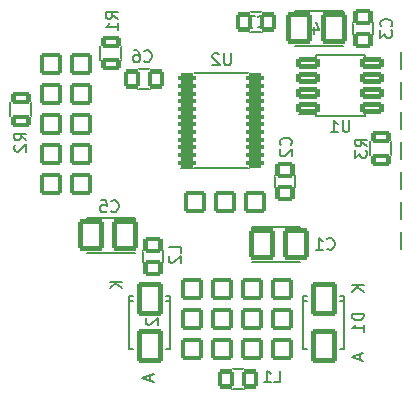
<source format=gbr>
%TF.GenerationSoftware,KiCad,Pcbnew,(5.99.0-10394-g2e15de97e0)*%
%TF.CreationDate,2021-05-18T08:19:53+02:00*%
%TF.ProjectId,BRIDGEADC01A,42524944-4745-4414-9443-3031412e6b69,REV*%
%TF.SameCoordinates,Original*%
%TF.FileFunction,Legend,Bot*%
%TF.FilePolarity,Positive*%
%FSLAX46Y46*%
G04 Gerber Fmt 4.6, Leading zero omitted, Abs format (unit mm)*
G04 Created by KiCad (PCBNEW (5.99.0-10394-g2e15de97e0)) date 2021-05-18 08:19:53*
%MOMM*%
%LPD*%
G01*
G04 APERTURE LIST*
G04 Aperture macros list*
%AMRoundRect*
0 Rectangle with rounded corners*
0 $1 Rounding radius*
0 $2 $3 $4 $5 $6 $7 $8 $9 X,Y pos of 4 corners*
0 Add a 4 corners polygon primitive as box body*
4,1,4,$2,$3,$4,$5,$6,$7,$8,$9,$2,$3,0*
0 Add four circle primitives for the rounded corners*
1,1,$1+$1,$2,$3*
1,1,$1+$1,$4,$5*
1,1,$1+$1,$6,$7*
1,1,$1+$1,$8,$9*
0 Add four rect primitives between the rounded corners*
20,1,$1+$1,$2,$3,$4,$5,0*
20,1,$1+$1,$4,$5,$6,$7,0*
20,1,$1+$1,$6,$7,$8,$9,0*
20,1,$1+$1,$8,$9,$2,$3,0*%
G04 Aperture macros list end*
%ADD10C,0.150000*%
%ADD11RoundRect,0.200000X-0.762000X-0.762000X0.762000X-0.762000X0.762000X0.762000X-0.762000X0.762000X0*%
%ADD12RoundRect,0.200000X-0.900000X-1.115000X0.900000X-1.115000X0.900000X1.115000X-0.900000X1.115000X0*%
%ADD13RoundRect,0.200000X-0.625000X0.500000X-0.625000X-0.500000X0.625000X-0.500000X0.625000X0.500000X0*%
%ADD14RoundRect,0.200000X0.625000X-0.500000X0.625000X0.500000X-0.625000X0.500000X-0.625000X-0.500000X0*%
%ADD15RoundRect,0.200000X0.500000X0.625000X-0.500000X0.625000X-0.500000X-0.625000X0.500000X-0.625000X0*%
%ADD16RoundRect,0.200000X-0.900430X1.249680X-0.900430X-1.249680X0.900430X-1.249680X0.900430X1.249680X0*%
%ADD17RoundRect,0.200000X0.762000X0.762000X-0.762000X0.762000X-0.762000X-0.762000X0.762000X-0.762000X0*%
%ADD18RoundRect,0.200000X0.762000X-0.762000X0.762000X0.762000X-0.762000X0.762000X-0.762000X-0.762000X0*%
%ADD19RoundRect,0.200000X-0.762000X0.762000X-0.762000X-0.762000X0.762000X-0.762000X0.762000X0.762000X0*%
%ADD20RoundRect,0.200000X-0.500000X-0.625000X0.500000X-0.625000X0.500000X0.625000X-0.500000X0.625000X0*%
%ADD21C,6.400000*%
%ADD22RoundRect,0.200000X-0.650000X0.350000X-0.650000X-0.350000X0.650000X-0.350000X0.650000X0.350000X0*%
%ADD23RoundRect,0.200000X0.650000X-0.350000X0.650000X0.350000X-0.650000X0.350000X-0.650000X-0.350000X0*%
%ADD24RoundRect,0.200000X-0.775000X-0.300000X0.775000X-0.300000X0.775000X0.300000X-0.775000X0.300000X0*%
%ADD25RoundRect,0.200000X-0.550000X-0.200000X0.550000X-0.200000X0.550000X0.200000X-0.550000X0.200000X0*%
%ADD26C,1.901140*%
%ADD27RoundRect,0.200000X0.900000X1.115000X-0.900000X1.115000X-0.900000X-1.115000X0.900000X-1.115000X0*%
G04 APERTURE END LIST*
D10*
%TO.C,C1*%
X147725666Y-102149142D02*
X147773285Y-102196761D01*
X147916142Y-102244380D01*
X148011380Y-102244380D01*
X148154238Y-102196761D01*
X148249476Y-102101523D01*
X148297095Y-102006285D01*
X148344714Y-101815809D01*
X148344714Y-101672952D01*
X148297095Y-101482476D01*
X148249476Y-101387238D01*
X148154238Y-101292000D01*
X148011380Y-101244380D01*
X147916142Y-101244380D01*
X147773285Y-101292000D01*
X147725666Y-101339619D01*
X146773285Y-102244380D02*
X147344714Y-102244380D01*
X147059000Y-102244380D02*
X147059000Y-101244380D01*
X147154238Y-101387238D01*
X147249476Y-101482476D01*
X147344714Y-101530095D01*
%TO.C,C2*%
X144614142Y-93370333D02*
X144661761Y-93322714D01*
X144709380Y-93179857D01*
X144709380Y-93084619D01*
X144661761Y-92941761D01*
X144566523Y-92846523D01*
X144471285Y-92798904D01*
X144280809Y-92751285D01*
X144137952Y-92751285D01*
X143947476Y-92798904D01*
X143852238Y-92846523D01*
X143757000Y-92941761D01*
X143709380Y-93084619D01*
X143709380Y-93179857D01*
X143757000Y-93322714D01*
X143804619Y-93370333D01*
X143804619Y-93751285D02*
X143757000Y-93798904D01*
X143709380Y-93894142D01*
X143709380Y-94132238D01*
X143757000Y-94227476D01*
X143804619Y-94275095D01*
X143899857Y-94322714D01*
X143995095Y-94322714D01*
X144137952Y-94275095D01*
X144709380Y-93703666D01*
X144709380Y-94322714D01*
%TO.C,C3*%
X153123142Y-83337333D02*
X153170761Y-83289714D01*
X153218380Y-83146857D01*
X153218380Y-83051619D01*
X153170761Y-82908761D01*
X153075523Y-82813523D01*
X152980285Y-82765904D01*
X152789809Y-82718285D01*
X152646952Y-82718285D01*
X152456476Y-82765904D01*
X152361238Y-82813523D01*
X152266000Y-82908761D01*
X152218380Y-83051619D01*
X152218380Y-83146857D01*
X152266000Y-83289714D01*
X152313619Y-83337333D01*
X152218380Y-83670666D02*
X152218380Y-84289714D01*
X152599333Y-83956380D01*
X152599333Y-84099238D01*
X152646952Y-84194476D01*
X152694571Y-84242095D01*
X152789809Y-84289714D01*
X153027904Y-84289714D01*
X153123142Y-84242095D01*
X153170761Y-84194476D01*
X153218380Y-84099238D01*
X153218380Y-83813523D01*
X153170761Y-83718285D01*
X153123142Y-83670666D01*
%TO.C,C6*%
X132231666Y-86274142D02*
X132279285Y-86321761D01*
X132422142Y-86369380D01*
X132517380Y-86369380D01*
X132660238Y-86321761D01*
X132755476Y-86226523D01*
X132803095Y-86131285D01*
X132850714Y-85940809D01*
X132850714Y-85797952D01*
X132803095Y-85607476D01*
X132755476Y-85512238D01*
X132660238Y-85417000D01*
X132517380Y-85369380D01*
X132422142Y-85369380D01*
X132279285Y-85417000D01*
X132231666Y-85464619D01*
X131374523Y-85369380D02*
X131565000Y-85369380D01*
X131660238Y-85417000D01*
X131707857Y-85464619D01*
X131803095Y-85607476D01*
X131850714Y-85797952D01*
X131850714Y-86178904D01*
X131803095Y-86274142D01*
X131755476Y-86321761D01*
X131660238Y-86369380D01*
X131469761Y-86369380D01*
X131374523Y-86321761D01*
X131326904Y-86274142D01*
X131279285Y-86178904D01*
X131279285Y-85940809D01*
X131326904Y-85845571D01*
X131374523Y-85797952D01*
X131469761Y-85750333D01*
X131660238Y-85750333D01*
X131755476Y-85797952D01*
X131803095Y-85845571D01*
X131850714Y-85940809D01*
%TO.C,D1*%
X150805380Y-107657904D02*
X149805380Y-107657904D01*
X149805380Y-107896000D01*
X149853000Y-108038857D01*
X149948238Y-108134095D01*
X150043476Y-108181714D01*
X150233952Y-108229333D01*
X150376809Y-108229333D01*
X150567285Y-108181714D01*
X150662523Y-108134095D01*
X150757761Y-108038857D01*
X150805380Y-107896000D01*
X150805380Y-107657904D01*
X150805380Y-109181714D02*
X150805380Y-108610285D01*
X150805380Y-108896000D02*
X149805380Y-108896000D01*
X149948238Y-108800761D01*
X150043476Y-108705523D01*
X150091095Y-108610285D01*
X150834380Y-105234095D02*
X149834380Y-105234095D01*
X150834380Y-105805523D02*
X150262952Y-105376952D01*
X149834380Y-105805523D02*
X150405809Y-105234095D01*
X150498666Y-111057904D02*
X150498666Y-111534095D01*
X150784380Y-110962666D02*
X149784380Y-111296000D01*
X150784380Y-111629333D01*
%TO.C,D2*%
X133357880Y-107084904D02*
X132357880Y-107084904D01*
X132357880Y-107323000D01*
X132405500Y-107465857D01*
X132500738Y-107561095D01*
X132595976Y-107608714D01*
X132786452Y-107656333D01*
X132929309Y-107656333D01*
X133119785Y-107608714D01*
X133215023Y-107561095D01*
X133310261Y-107465857D01*
X133357880Y-107323000D01*
X133357880Y-107084904D01*
X132453119Y-108037285D02*
X132405500Y-108084904D01*
X132357880Y-108180142D01*
X132357880Y-108418238D01*
X132405500Y-108513476D01*
X132453119Y-108561095D01*
X132548357Y-108608714D01*
X132643595Y-108608714D01*
X132786452Y-108561095D01*
X133357880Y-107989666D01*
X133357880Y-108608714D01*
X130358380Y-104959095D02*
X129358380Y-104959095D01*
X130358380Y-105530523D02*
X129786952Y-105101952D01*
X129358380Y-105530523D02*
X129929809Y-104959095D01*
X132739666Y-112856904D02*
X132739666Y-113333095D01*
X133025380Y-112761666D02*
X132025380Y-113095000D01*
X133025380Y-113428333D01*
%TO.C,L1*%
X143232166Y-113482380D02*
X143708357Y-113482380D01*
X143708357Y-112482380D01*
X142375023Y-113482380D02*
X142946452Y-113482380D01*
X142660738Y-113482380D02*
X142660738Y-112482380D01*
X142755976Y-112625238D01*
X142851214Y-112720476D01*
X142946452Y-112768095D01*
%TO.C,L2*%
X135311380Y-102514333D02*
X135311380Y-102038142D01*
X134311380Y-102038142D01*
X134406619Y-102800047D02*
X134359000Y-102847666D01*
X134311380Y-102942904D01*
X134311380Y-103181000D01*
X134359000Y-103276238D01*
X134406619Y-103323857D01*
X134501857Y-103371476D01*
X134597095Y-103371476D01*
X134739952Y-103323857D01*
X135311380Y-102752428D01*
X135311380Y-103371476D01*
%TO.C,R1*%
X129977380Y-82702333D02*
X129501190Y-82369000D01*
X129977380Y-82130904D02*
X128977380Y-82130904D01*
X128977380Y-82511857D01*
X129025000Y-82607095D01*
X129072619Y-82654714D01*
X129167857Y-82702333D01*
X129310714Y-82702333D01*
X129405952Y-82654714D01*
X129453571Y-82607095D01*
X129501190Y-82511857D01*
X129501190Y-82130904D01*
X129977380Y-83654714D02*
X129977380Y-83083285D01*
X129977380Y-83369000D02*
X128977380Y-83369000D01*
X129120238Y-83273761D01*
X129215476Y-83178523D01*
X129263095Y-83083285D01*
%TO.C,R2*%
X122230380Y-92989333D02*
X121754190Y-92656000D01*
X122230380Y-92417904D02*
X121230380Y-92417904D01*
X121230380Y-92798857D01*
X121278000Y-92894095D01*
X121325619Y-92941714D01*
X121420857Y-92989333D01*
X121563714Y-92989333D01*
X121658952Y-92941714D01*
X121706571Y-92894095D01*
X121754190Y-92798857D01*
X121754190Y-92417904D01*
X121325619Y-93370285D02*
X121278000Y-93417904D01*
X121230380Y-93513142D01*
X121230380Y-93751238D01*
X121278000Y-93846476D01*
X121325619Y-93894095D01*
X121420857Y-93941714D01*
X121516095Y-93941714D01*
X121658952Y-93894095D01*
X122230380Y-93322666D01*
X122230380Y-93941714D01*
%TO.C,R3*%
X151074380Y-93497333D02*
X150598190Y-93164000D01*
X151074380Y-92925904D02*
X150074380Y-92925904D01*
X150074380Y-93306857D01*
X150122000Y-93402095D01*
X150169619Y-93449714D01*
X150264857Y-93497333D01*
X150407714Y-93497333D01*
X150502952Y-93449714D01*
X150550571Y-93402095D01*
X150598190Y-93306857D01*
X150598190Y-92925904D01*
X150074380Y-93830666D02*
X150074380Y-94449714D01*
X150455333Y-94116380D01*
X150455333Y-94259238D01*
X150502952Y-94354476D01*
X150550571Y-94402095D01*
X150645809Y-94449714D01*
X150883904Y-94449714D01*
X150979142Y-94402095D01*
X151026761Y-94354476D01*
X151074380Y-94259238D01*
X151074380Y-93973523D01*
X151026761Y-93878285D01*
X150979142Y-93830666D01*
%TO.C,U1*%
X149590904Y-91282380D02*
X149590904Y-92091904D01*
X149543285Y-92187142D01*
X149495666Y-92234761D01*
X149400428Y-92282380D01*
X149209952Y-92282380D01*
X149114714Y-92234761D01*
X149067095Y-92187142D01*
X149019476Y-92091904D01*
X149019476Y-91282380D01*
X148019476Y-92282380D02*
X148590904Y-92282380D01*
X148305190Y-92282380D02*
X148305190Y-91282380D01*
X148400428Y-91425238D01*
X148495666Y-91520476D01*
X148590904Y-91568095D01*
%TO.C,U2*%
X139557904Y-85623380D02*
X139557904Y-86432904D01*
X139510285Y-86528142D01*
X139462666Y-86575761D01*
X139367428Y-86623380D01*
X139176952Y-86623380D01*
X139081714Y-86575761D01*
X139034095Y-86528142D01*
X138986476Y-86432904D01*
X138986476Y-85623380D01*
X138557904Y-85718619D02*
X138510285Y-85671000D01*
X138415047Y-85623380D01*
X138176952Y-85623380D01*
X138081714Y-85671000D01*
X138034095Y-85718619D01*
X137986476Y-85813857D01*
X137986476Y-85909095D01*
X138034095Y-86051952D01*
X138605523Y-86623380D01*
X137986476Y-86623380D01*
%TO.C,C4*%
X147423166Y-83923142D02*
X147470785Y-83970761D01*
X147613642Y-84018380D01*
X147708880Y-84018380D01*
X147851738Y-83970761D01*
X147946976Y-83875523D01*
X147994595Y-83780285D01*
X148042214Y-83589809D01*
X148042214Y-83446952D01*
X147994595Y-83256476D01*
X147946976Y-83161238D01*
X147851738Y-83066000D01*
X147708880Y-83018380D01*
X147613642Y-83018380D01*
X147470785Y-83066000D01*
X147423166Y-83113619D01*
X146566023Y-83351714D02*
X146566023Y-84018380D01*
X146804119Y-82970761D02*
X147042214Y-83685047D01*
X146423166Y-83685047D01*
%TO.C,C5*%
X129437666Y-98974142D02*
X129485285Y-99021761D01*
X129628142Y-99069380D01*
X129723380Y-99069380D01*
X129866238Y-99021761D01*
X129961476Y-98926523D01*
X130009095Y-98831285D01*
X130056714Y-98640809D01*
X130056714Y-98497952D01*
X130009095Y-98307476D01*
X129961476Y-98212238D01*
X129866238Y-98117000D01*
X129723380Y-98069380D01*
X129628142Y-98069380D01*
X129485285Y-98117000D01*
X129437666Y-98164619D01*
X128532904Y-98069380D02*
X129009095Y-98069380D01*
X129056714Y-98545571D01*
X129009095Y-98497952D01*
X128913857Y-98450333D01*
X128675761Y-98450333D01*
X128580523Y-98497952D01*
X128532904Y-98545571D01*
X128485285Y-98640809D01*
X128485285Y-98878904D01*
X128532904Y-98974142D01*
X128580523Y-99021761D01*
X128675761Y-99069380D01*
X128913857Y-99069380D01*
X129009095Y-99021761D01*
X129056714Y-98974142D01*
%TO.C,C7*%
X141898666Y-83351642D02*
X141946285Y-83399261D01*
X142089142Y-83446880D01*
X142184380Y-83446880D01*
X142327238Y-83399261D01*
X142422476Y-83304023D01*
X142470095Y-83208785D01*
X142517714Y-83018309D01*
X142517714Y-82875452D01*
X142470095Y-82684976D01*
X142422476Y-82589738D01*
X142327238Y-82494500D01*
X142184380Y-82446880D01*
X142089142Y-82446880D01*
X141946285Y-82494500D01*
X141898666Y-82542119D01*
X141565333Y-82446880D02*
X140898666Y-82446880D01*
X141327238Y-83446880D01*
%TO.C,C1*%
X145422000Y-100292000D02*
X141322000Y-100292000D01*
X145422000Y-103292000D02*
X141322000Y-103292000D01*
%TO.C,C2*%
X143280000Y-96958000D02*
X143280000Y-95958000D01*
X144980000Y-95958000D02*
X144980000Y-96958000D01*
%TO.C,C3*%
X151584000Y-83004000D02*
X151584000Y-84004000D01*
X149884000Y-84004000D02*
X149884000Y-83004000D01*
%TO.C,C6*%
X131692000Y-86972000D02*
X132692000Y-86972000D01*
X132692000Y-88672000D02*
X131692000Y-88672000D01*
%TO.C,D1*%
X149182060Y-106596860D02*
X148831540Y-106596860D01*
X145681940Y-106596860D02*
X146032460Y-106596860D01*
X149182060Y-110646440D02*
X148831540Y-110646440D01*
X149182060Y-106145560D02*
X148831540Y-106145560D01*
X145681940Y-106145560D02*
X146032460Y-106145560D01*
X145681940Y-110646440D02*
X146032460Y-110646440D01*
X149182060Y-106145560D02*
X149182060Y-110646440D01*
X145681940Y-106145560D02*
X145681940Y-110646440D01*
%TO.C,D2*%
X134450060Y-106596860D02*
X134099540Y-106596860D01*
X130949940Y-106596860D02*
X131300460Y-106596860D01*
X134450060Y-110646440D02*
X134099540Y-110646440D01*
X134450060Y-106145560D02*
X134099540Y-106145560D01*
X130949940Y-106145560D02*
X131300460Y-106145560D01*
X130949940Y-110646440D02*
X131300460Y-110646440D01*
X134450060Y-106145560D02*
X134450060Y-110646440D01*
X130949940Y-106145560D02*
X130949940Y-110646440D01*
%TO.C,L1*%
X140644500Y-114007000D02*
X139644500Y-114007000D01*
X139644500Y-112307000D02*
X140644500Y-112307000D01*
%TO.C,L2*%
X132104000Y-103308000D02*
X132104000Y-102308000D01*
X133804000Y-102308000D02*
X133804000Y-103308000D01*
%TO.C,R1*%
X130273000Y-86202000D02*
X130273000Y-85002000D01*
X128523000Y-85002000D02*
X128523000Y-86202000D01*
%TO.C,R2*%
X120903000Y-89762000D02*
X120903000Y-90962000D01*
X122653000Y-90962000D02*
X122653000Y-89762000D01*
%TO.C,R3*%
X151383000Y-93064000D02*
X151383000Y-94264000D01*
X153133000Y-94264000D02*
X153133000Y-93064000D01*
%TO.C,U1*%
X146754000Y-90905000D02*
X146754000Y-90760000D01*
X150904000Y-90905000D02*
X150904000Y-90760000D01*
X150904000Y-85755000D02*
X150904000Y-85900000D01*
X146754000Y-85755000D02*
X146754000Y-85900000D01*
X146754000Y-90905000D02*
X150904000Y-90905000D01*
X146754000Y-85755000D02*
X150904000Y-85755000D01*
X146754000Y-90760000D02*
X145354000Y-90760000D01*
%TO.C,U2*%
X136410001Y-95331534D02*
X136410001Y-95306534D01*
X141060001Y-95331534D02*
X141060001Y-95306534D01*
X141060001Y-87281534D02*
X141060001Y-87306534D01*
X136410001Y-87281534D02*
X136410001Y-87306534D01*
X136410001Y-95331534D02*
X141060001Y-95331534D01*
X136410001Y-87281534D02*
X141060001Y-87281534D01*
X136410001Y-95306534D02*
X135335001Y-95306534D01*
%TO.C,C4*%
X144997000Y-85004000D02*
X149097000Y-85004000D01*
X144997000Y-82004000D02*
X149097000Y-82004000D01*
%TO.C,C5*%
X127344000Y-102530000D02*
X131444000Y-102530000D01*
X127344000Y-99530000D02*
X131444000Y-99530000D01*
%TO.C,C7*%
X141168500Y-82081000D02*
X142168500Y-82081000D01*
X142168500Y-83781000D02*
X141168500Y-83781000D01*
%TD*%
%LPC*%
D11*
%TO.C,J5*%
X134033500Y-80202000D03*
X134033500Y-77662000D03*
%TD*%
D12*
%TO.C,C1*%
X145082000Y-101792000D03*
X142162000Y-101792000D03*
%TD*%
D13*
%TO.C,C2*%
X144130000Y-95458000D03*
X144130000Y-97458000D03*
%TD*%
D14*
%TO.C,C3*%
X150734000Y-84504000D03*
X150734000Y-82504000D03*
%TD*%
D15*
%TO.C,C6*%
X133192000Y-87822000D03*
X131192000Y-87822000D03*
%TD*%
D16*
%TO.C,D1*%
X147432000Y-106397020D03*
X147432000Y-110394980D03*
%TD*%
%TO.C,D2*%
X132700000Y-106397020D03*
X132700000Y-110394980D03*
%TD*%
D17*
%TO.C,J1*%
X143876000Y-110682000D03*
X141336000Y-110682000D03*
X143876000Y-108142000D03*
X141336000Y-108142000D03*
X143876000Y-105602000D03*
X141336000Y-105602000D03*
%TD*%
D18*
%TO.C,J2*%
X157338000Y-88838000D03*
X154798000Y-88838000D03*
%TD*%
%TO.C,J3*%
X157338000Y-86298000D03*
X154798000Y-86298000D03*
%TD*%
D11*
%TO.C,J4*%
X131493500Y-80202000D03*
X131493500Y-77662000D03*
%TD*%
%TO.C,J6*%
X136573500Y-80202000D03*
X136573500Y-77662000D03*
%TD*%
D17*
%TO.C,J7*%
X139113500Y-77662000D03*
X139113500Y-80202000D03*
%TD*%
%TO.C,J8*%
X146748500Y-77660500D03*
X146748500Y-80200500D03*
%TD*%
%TO.C,J9*%
X141653500Y-77662000D03*
X141653500Y-80202000D03*
%TD*%
D19*
%TO.C,J10*%
X136510000Y-98236000D03*
X139050000Y-98236000D03*
X141590000Y-98236000D03*
%TD*%
D18*
%TO.C,J11*%
X126858000Y-86552000D03*
X124318000Y-86552000D03*
%TD*%
%TO.C,J12*%
X126858000Y-89092000D03*
X124318000Y-89092000D03*
%TD*%
%TO.C,J13*%
X157338000Y-96458000D03*
X154798000Y-96458000D03*
%TD*%
%TO.C,J14*%
X157338000Y-93918000D03*
X154798000Y-93918000D03*
%TD*%
%TO.C,J15*%
X126858000Y-96712000D03*
X124318000Y-96712000D03*
%TD*%
%TO.C,J16*%
X157338000Y-101538000D03*
X154798000Y-101538000D03*
%TD*%
%TO.C,J17*%
X157338000Y-98998000D03*
X154798000Y-98998000D03*
%TD*%
%TO.C,J18*%
X157338000Y-91378000D03*
X154798000Y-91378000D03*
%TD*%
D11*
%TO.C,J19*%
X136256000Y-105602000D03*
X138796000Y-105602000D03*
X136256000Y-108142000D03*
X138796000Y-108142000D03*
X136256000Y-110682000D03*
X138796000Y-110682000D03*
%TD*%
D18*
%TO.C,J20*%
X126858000Y-94172000D03*
X124318000Y-94172000D03*
%TD*%
%TO.C,J21*%
X126858000Y-91632000D03*
X124318000Y-91632000D03*
%TD*%
D20*
%TO.C,L1*%
X139144500Y-113157000D03*
X141144500Y-113157000D03*
%TD*%
D13*
%TO.C,L2*%
X132954000Y-101808000D03*
X132954000Y-103808000D03*
%TD*%
D21*
%TO.C,M1*%
X155560000Y-79440000D03*
%TD*%
%TO.C,M2*%
X155560000Y-109920000D03*
%TD*%
%TO.C,M3*%
X125080000Y-79440000D03*
%TD*%
%TO.C,M4*%
X125080000Y-109920000D03*
%TD*%
D22*
%TO.C,R1*%
X129398000Y-84652000D03*
X129398000Y-86552000D03*
%TD*%
D23*
%TO.C,R2*%
X121778000Y-91312000D03*
X121778000Y-89412000D03*
%TD*%
%TO.C,R3*%
X152258000Y-94614000D03*
X152258000Y-92714000D03*
%TD*%
D24*
%TO.C,U1*%
X146129000Y-90235000D03*
X146129000Y-88965000D03*
X146129000Y-87695000D03*
X146129000Y-86425000D03*
X151529000Y-86425000D03*
X151529000Y-87695000D03*
X151529000Y-88965000D03*
X151529000Y-90235000D03*
%TD*%
D25*
%TO.C,U2*%
X135885001Y-94881534D03*
X135885001Y-94231534D03*
X135885001Y-93581534D03*
X135885001Y-92931534D03*
X135885001Y-92281534D03*
X135885001Y-91631534D03*
X135885001Y-90981534D03*
X135885001Y-90331534D03*
X135885001Y-89681534D03*
X135885001Y-89031534D03*
X135885001Y-88381534D03*
X135885001Y-87731534D03*
X141585001Y-87731534D03*
X141585001Y-88381534D03*
X141585001Y-89031534D03*
X141585001Y-89681534D03*
X141585001Y-90331534D03*
X141585001Y-90981534D03*
X141585001Y-91631534D03*
X141585001Y-92281534D03*
X141585001Y-92931534D03*
X141585001Y-93581534D03*
X141585001Y-94231534D03*
X141585001Y-94881534D03*
%TD*%
D26*
%TO.C,Y1*%
X131303000Y-92747060D03*
X131303000Y-97628940D03*
%TD*%
D27*
%TO.C,C4*%
X145337000Y-83504000D03*
X148257000Y-83504000D03*
%TD*%
%TO.C,C5*%
X127684000Y-101030000D03*
X130604000Y-101030000D03*
%TD*%
D15*
%TO.C,C7*%
X142668500Y-82931000D03*
X140668500Y-82931000D03*
%TD*%
D11*
%TO.C,J22*%
X144208500Y-80200500D03*
X144208500Y-77660500D03*
%TD*%
%TO.C,J23*%
X149288500Y-80200500D03*
X149288500Y-77660500D03*
%TD*%
M02*

</source>
